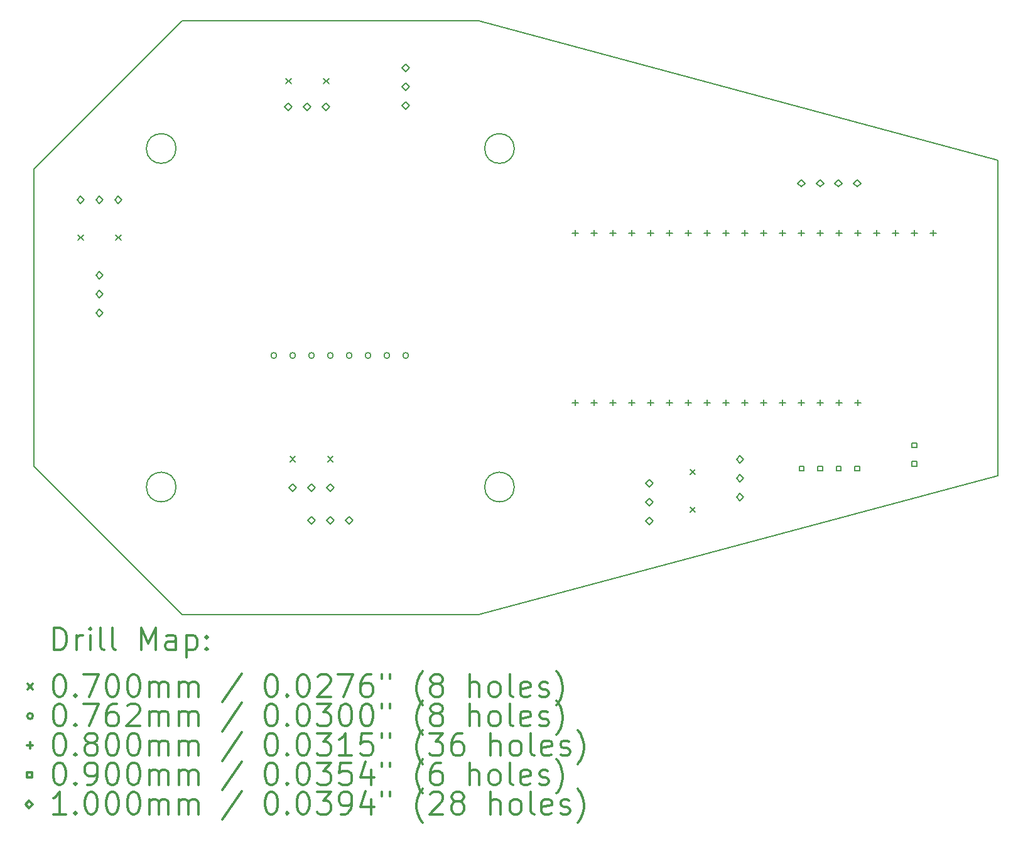
<source format=gbr>
%FSLAX45Y45*%
G04 Gerber Fmt 4.5, Leading zero omitted, Abs format (unit mm)*
G04 Created by KiCad (PCBNEW 5.1.10) date 2021-07-31 20:31:48*
%MOMM*%
%LPD*%
G01*
G04 APERTURE LIST*
%TA.AperFunction,Profile*%
%ADD10C,0.200000*%
%TD*%
%ADD11C,0.200000*%
%ADD12C,0.300000*%
G04 APERTURE END LIST*
D10*
X12976700Y-11861300D02*
G75*
G03*
X12976700Y-11861300I-200000J0D01*
G01*
X12976700Y-7300500D02*
G75*
G03*
X12976700Y-7300500I-200000J0D01*
G01*
X17537500Y-7300500D02*
G75*
G03*
X17537500Y-7300500I-200000J0D01*
G01*
X17537500Y-11861300D02*
G75*
G03*
X17537500Y-11861300I-200000J0D01*
G01*
X13057100Y-5580900D02*
X11057100Y-7580900D01*
X11057100Y-7580900D02*
X11057100Y-11580900D01*
X11057100Y-11580900D02*
X13057100Y-13580900D01*
X17057100Y-13580900D02*
X24057100Y-11705200D01*
X24057100Y-11705200D02*
X24057100Y-7456500D01*
X24057100Y-7456500D02*
X17057100Y-5580900D01*
X17057100Y-5580900D02*
X13057100Y-5580900D01*
X13057100Y-13580900D02*
X17057100Y-13580900D01*
D11*
X11656620Y-8466380D02*
X11726620Y-8536380D01*
X11726620Y-8466380D02*
X11656620Y-8536380D01*
X12164620Y-8466380D02*
X12234620Y-8536380D01*
X12234620Y-8466380D02*
X12164620Y-8536380D01*
X14458600Y-6356060D02*
X14528600Y-6426060D01*
X14528600Y-6356060D02*
X14458600Y-6426060D01*
X14514100Y-11450900D02*
X14584100Y-11520900D01*
X14584100Y-11450900D02*
X14514100Y-11520900D01*
X14966600Y-6356060D02*
X15036600Y-6426060D01*
X15036600Y-6356060D02*
X14966600Y-6426060D01*
X15022100Y-11450900D02*
X15092100Y-11520900D01*
X15092100Y-11450900D02*
X15022100Y-11520900D01*
X19909400Y-11625600D02*
X19979400Y-11695600D01*
X19979400Y-11625600D02*
X19909400Y-11695600D01*
X19909400Y-12133600D02*
X19979400Y-12203600D01*
X19979400Y-12133600D02*
X19909400Y-12203600D01*
X14333200Y-10088880D02*
G75*
G03*
X14333200Y-10088880I-38100J0D01*
G01*
X14587200Y-10088880D02*
G75*
G03*
X14587200Y-10088880I-38100J0D01*
G01*
X14841200Y-10088880D02*
G75*
G03*
X14841200Y-10088880I-38100J0D01*
G01*
X15095200Y-10088880D02*
G75*
G03*
X15095200Y-10088880I-38100J0D01*
G01*
X15349200Y-10088880D02*
G75*
G03*
X15349200Y-10088880I-38100J0D01*
G01*
X15603200Y-10088880D02*
G75*
G03*
X15603200Y-10088880I-38100J0D01*
G01*
X15857200Y-10088880D02*
G75*
G03*
X15857200Y-10088880I-38100J0D01*
G01*
X16111200Y-10088880D02*
G75*
G03*
X16111200Y-10088880I-38100J0D01*
G01*
X18359100Y-8397880D02*
X18359100Y-8477880D01*
X18319100Y-8437880D02*
X18399100Y-8437880D01*
X18359100Y-10683880D02*
X18359100Y-10763880D01*
X18319100Y-10723880D02*
X18399100Y-10723880D01*
X18613100Y-8397880D02*
X18613100Y-8477880D01*
X18573100Y-8437880D02*
X18653100Y-8437880D01*
X18613100Y-10683880D02*
X18613100Y-10763880D01*
X18573100Y-10723880D02*
X18653100Y-10723880D01*
X18867100Y-8397880D02*
X18867100Y-8477880D01*
X18827100Y-8437880D02*
X18907100Y-8437880D01*
X18867100Y-10683880D02*
X18867100Y-10763880D01*
X18827100Y-10723880D02*
X18907100Y-10723880D01*
X19121100Y-8397880D02*
X19121100Y-8477880D01*
X19081100Y-8437880D02*
X19161100Y-8437880D01*
X19121100Y-10683880D02*
X19121100Y-10763880D01*
X19081100Y-10723880D02*
X19161100Y-10723880D01*
X19375100Y-8397880D02*
X19375100Y-8477880D01*
X19335100Y-8437880D02*
X19415100Y-8437880D01*
X19375100Y-10683880D02*
X19375100Y-10763880D01*
X19335100Y-10723880D02*
X19415100Y-10723880D01*
X19629100Y-8397880D02*
X19629100Y-8477880D01*
X19589100Y-8437880D02*
X19669100Y-8437880D01*
X19629100Y-10683880D02*
X19629100Y-10763880D01*
X19589100Y-10723880D02*
X19669100Y-10723880D01*
X19883100Y-8397880D02*
X19883100Y-8477880D01*
X19843100Y-8437880D02*
X19923100Y-8437880D01*
X19883100Y-10683880D02*
X19883100Y-10763880D01*
X19843100Y-10723880D02*
X19923100Y-10723880D01*
X20137100Y-8397880D02*
X20137100Y-8477880D01*
X20097100Y-8437880D02*
X20177100Y-8437880D01*
X20137100Y-10683880D02*
X20137100Y-10763880D01*
X20097100Y-10723880D02*
X20177100Y-10723880D01*
X20391100Y-8397880D02*
X20391100Y-8477880D01*
X20351100Y-8437880D02*
X20431100Y-8437880D01*
X20391100Y-10683880D02*
X20391100Y-10763880D01*
X20351100Y-10723880D02*
X20431100Y-10723880D01*
X20645100Y-8397880D02*
X20645100Y-8477880D01*
X20605100Y-8437880D02*
X20685100Y-8437880D01*
X20645100Y-10683880D02*
X20645100Y-10763880D01*
X20605100Y-10723880D02*
X20685100Y-10723880D01*
X20899100Y-8397880D02*
X20899100Y-8477880D01*
X20859100Y-8437880D02*
X20939100Y-8437880D01*
X20899100Y-10683880D02*
X20899100Y-10763880D01*
X20859100Y-10723880D02*
X20939100Y-10723880D01*
X21153100Y-8397880D02*
X21153100Y-8477880D01*
X21113100Y-8437880D02*
X21193100Y-8437880D01*
X21153100Y-10683880D02*
X21153100Y-10763880D01*
X21113100Y-10723880D02*
X21193100Y-10723880D01*
X21407100Y-8397880D02*
X21407100Y-8477880D01*
X21367100Y-8437880D02*
X21447100Y-8437880D01*
X21407100Y-10683880D02*
X21407100Y-10763880D01*
X21367100Y-10723880D02*
X21447100Y-10723880D01*
X21661100Y-8397880D02*
X21661100Y-8477880D01*
X21621100Y-8437880D02*
X21701100Y-8437880D01*
X21661100Y-10683880D02*
X21661100Y-10763880D01*
X21621100Y-10723880D02*
X21701100Y-10723880D01*
X21915100Y-8397880D02*
X21915100Y-8477880D01*
X21875100Y-8437880D02*
X21955100Y-8437880D01*
X21915100Y-10683880D02*
X21915100Y-10763880D01*
X21875100Y-10723880D02*
X21955100Y-10723880D01*
X22169100Y-8397880D02*
X22169100Y-8477880D01*
X22129100Y-8437880D02*
X22209100Y-8437880D01*
X22169100Y-10683880D02*
X22169100Y-10763880D01*
X22129100Y-10723880D02*
X22209100Y-10723880D01*
X22423100Y-8397880D02*
X22423100Y-8477880D01*
X22383100Y-8437880D02*
X22463100Y-8437880D01*
X22677100Y-8397880D02*
X22677100Y-8477880D01*
X22637100Y-8437880D02*
X22717100Y-8437880D01*
X22931100Y-8397880D02*
X22931100Y-8477880D01*
X22891100Y-8437880D02*
X22971100Y-8437880D01*
X23185100Y-8397880D02*
X23185100Y-8477880D01*
X23145100Y-8437880D02*
X23225100Y-8437880D01*
X21442920Y-11644720D02*
X21442920Y-11581080D01*
X21379280Y-11581080D01*
X21379280Y-11644720D01*
X21442920Y-11644720D01*
X21692920Y-11644720D02*
X21692920Y-11581080D01*
X21629280Y-11581080D01*
X21629280Y-11644720D01*
X21692920Y-11644720D01*
X21942920Y-11644720D02*
X21942920Y-11581080D01*
X21879280Y-11581080D01*
X21879280Y-11644720D01*
X21942920Y-11644720D01*
X22192920Y-11644720D02*
X22192920Y-11581080D01*
X22129280Y-11581080D01*
X22129280Y-11644720D01*
X22192920Y-11644720D01*
X22962940Y-11331200D02*
X22962940Y-11267560D01*
X22899300Y-11267560D01*
X22899300Y-11331200D01*
X22962940Y-11331200D01*
X22962940Y-11581200D02*
X22962940Y-11517560D01*
X22899300Y-11517560D01*
X22899300Y-11581200D01*
X22962940Y-11581200D01*
X11691600Y-8043380D02*
X11741600Y-7993380D01*
X11691600Y-7943380D01*
X11641600Y-7993380D01*
X11691600Y-8043380D01*
X11945600Y-8043380D02*
X11995600Y-7993380D01*
X11945600Y-7943380D01*
X11895600Y-7993380D01*
X11945600Y-8043380D01*
X11945600Y-9059380D02*
X11995600Y-9009380D01*
X11945600Y-8959380D01*
X11895600Y-9009380D01*
X11945600Y-9059380D01*
X11945600Y-9313380D02*
X11995600Y-9263380D01*
X11945600Y-9213380D01*
X11895600Y-9263380D01*
X11945600Y-9313380D01*
X11945600Y-9567380D02*
X11995600Y-9517380D01*
X11945600Y-9467380D01*
X11895600Y-9517380D01*
X11945600Y-9567380D01*
X12199600Y-8043380D02*
X12249600Y-7993380D01*
X12199600Y-7943380D01*
X12149600Y-7993380D01*
X12199600Y-8043380D01*
X14489200Y-6791750D02*
X14539200Y-6741750D01*
X14489200Y-6691750D01*
X14439200Y-6741750D01*
X14489200Y-6791750D01*
X14549100Y-11916900D02*
X14599100Y-11866900D01*
X14549100Y-11816900D01*
X14499100Y-11866900D01*
X14549100Y-11916900D01*
X14743200Y-6791750D02*
X14793200Y-6741750D01*
X14743200Y-6691750D01*
X14693200Y-6741750D01*
X14743200Y-6791750D01*
X14803100Y-11916900D02*
X14853100Y-11866900D01*
X14803100Y-11816900D01*
X14753100Y-11866900D01*
X14803100Y-11916900D01*
X14803100Y-12361400D02*
X14853100Y-12311400D01*
X14803100Y-12261400D01*
X14753100Y-12311400D01*
X14803100Y-12361400D01*
X14997200Y-6791750D02*
X15047200Y-6741750D01*
X14997200Y-6691750D01*
X14947200Y-6741750D01*
X14997200Y-6791750D01*
X15057100Y-11916900D02*
X15107100Y-11866900D01*
X15057100Y-11816900D01*
X15007100Y-11866900D01*
X15057100Y-11916900D01*
X15057100Y-12361400D02*
X15107100Y-12311400D01*
X15057100Y-12261400D01*
X15007100Y-12311400D01*
X15057100Y-12361400D01*
X15311100Y-12361400D02*
X15361100Y-12311400D01*
X15311100Y-12261400D01*
X15261100Y-12311400D01*
X15311100Y-12361400D01*
X16073120Y-6265380D02*
X16123120Y-6215380D01*
X16073120Y-6165380D01*
X16023120Y-6215380D01*
X16073120Y-6265380D01*
X16073120Y-6519380D02*
X16123120Y-6469380D01*
X16073120Y-6419380D01*
X16023120Y-6469380D01*
X16073120Y-6519380D01*
X16073120Y-6773380D02*
X16123120Y-6723380D01*
X16073120Y-6673380D01*
X16023120Y-6723380D01*
X16073120Y-6773380D01*
X19358200Y-11860300D02*
X19408200Y-11810300D01*
X19358200Y-11760300D01*
X19308200Y-11810300D01*
X19358200Y-11860300D01*
X19358200Y-12114300D02*
X19408200Y-12064300D01*
X19358200Y-12014300D01*
X19308200Y-12064300D01*
X19358200Y-12114300D01*
X19358200Y-12368300D02*
X19408200Y-12318300D01*
X19358200Y-12268300D01*
X19308200Y-12318300D01*
X19358200Y-12368300D01*
X20581600Y-11535900D02*
X20631600Y-11485900D01*
X20581600Y-11435900D01*
X20531600Y-11485900D01*
X20581600Y-11535900D01*
X20581600Y-11789900D02*
X20631600Y-11739900D01*
X20581600Y-11689900D01*
X20531600Y-11739900D01*
X20581600Y-11789900D01*
X20581600Y-12043900D02*
X20631600Y-11993900D01*
X20581600Y-11943900D01*
X20531600Y-11993900D01*
X20581600Y-12043900D01*
X21408200Y-7818270D02*
X21458200Y-7768270D01*
X21408200Y-7718270D01*
X21358200Y-7768270D01*
X21408200Y-7818270D01*
X21658200Y-7818270D02*
X21708200Y-7768270D01*
X21658200Y-7718270D01*
X21608200Y-7768270D01*
X21658200Y-7818270D01*
X21908200Y-7818270D02*
X21958200Y-7768270D01*
X21908200Y-7718270D01*
X21858200Y-7768270D01*
X21908200Y-7818270D01*
X22158200Y-7818270D02*
X22208200Y-7768270D01*
X22158200Y-7718270D01*
X22108200Y-7768270D01*
X22158200Y-7818270D01*
D12*
X11333528Y-14056614D02*
X11333528Y-13756614D01*
X11404957Y-13756614D01*
X11447814Y-13770900D01*
X11476386Y-13799471D01*
X11490671Y-13828043D01*
X11504957Y-13885186D01*
X11504957Y-13928043D01*
X11490671Y-13985186D01*
X11476386Y-14013757D01*
X11447814Y-14042329D01*
X11404957Y-14056614D01*
X11333528Y-14056614D01*
X11633528Y-14056614D02*
X11633528Y-13856614D01*
X11633528Y-13913757D02*
X11647814Y-13885186D01*
X11662100Y-13870900D01*
X11690671Y-13856614D01*
X11719243Y-13856614D01*
X11819243Y-14056614D02*
X11819243Y-13856614D01*
X11819243Y-13756614D02*
X11804957Y-13770900D01*
X11819243Y-13785186D01*
X11833528Y-13770900D01*
X11819243Y-13756614D01*
X11819243Y-13785186D01*
X12004957Y-14056614D02*
X11976386Y-14042329D01*
X11962100Y-14013757D01*
X11962100Y-13756614D01*
X12162100Y-14056614D02*
X12133528Y-14042329D01*
X12119243Y-14013757D01*
X12119243Y-13756614D01*
X12504957Y-14056614D02*
X12504957Y-13756614D01*
X12604957Y-13970900D01*
X12704957Y-13756614D01*
X12704957Y-14056614D01*
X12976386Y-14056614D02*
X12976386Y-13899471D01*
X12962100Y-13870900D01*
X12933528Y-13856614D01*
X12876386Y-13856614D01*
X12847814Y-13870900D01*
X12976386Y-14042329D02*
X12947814Y-14056614D01*
X12876386Y-14056614D01*
X12847814Y-14042329D01*
X12833528Y-14013757D01*
X12833528Y-13985186D01*
X12847814Y-13956614D01*
X12876386Y-13942329D01*
X12947814Y-13942329D01*
X12976386Y-13928043D01*
X13119243Y-13856614D02*
X13119243Y-14156614D01*
X13119243Y-13870900D02*
X13147814Y-13856614D01*
X13204957Y-13856614D01*
X13233528Y-13870900D01*
X13247814Y-13885186D01*
X13262100Y-13913757D01*
X13262100Y-13999471D01*
X13247814Y-14028043D01*
X13233528Y-14042329D01*
X13204957Y-14056614D01*
X13147814Y-14056614D01*
X13119243Y-14042329D01*
X13390671Y-14028043D02*
X13404957Y-14042329D01*
X13390671Y-14056614D01*
X13376386Y-14042329D01*
X13390671Y-14028043D01*
X13390671Y-14056614D01*
X13390671Y-13870900D02*
X13404957Y-13885186D01*
X13390671Y-13899471D01*
X13376386Y-13885186D01*
X13390671Y-13870900D01*
X13390671Y-13899471D01*
X10977100Y-14515900D02*
X11047100Y-14585900D01*
X11047100Y-14515900D02*
X10977100Y-14585900D01*
X11390671Y-14386614D02*
X11419243Y-14386614D01*
X11447814Y-14400900D01*
X11462100Y-14415186D01*
X11476386Y-14443757D01*
X11490671Y-14500900D01*
X11490671Y-14572329D01*
X11476386Y-14629471D01*
X11462100Y-14658043D01*
X11447814Y-14672329D01*
X11419243Y-14686614D01*
X11390671Y-14686614D01*
X11362100Y-14672329D01*
X11347814Y-14658043D01*
X11333528Y-14629471D01*
X11319243Y-14572329D01*
X11319243Y-14500900D01*
X11333528Y-14443757D01*
X11347814Y-14415186D01*
X11362100Y-14400900D01*
X11390671Y-14386614D01*
X11619243Y-14658043D02*
X11633528Y-14672329D01*
X11619243Y-14686614D01*
X11604957Y-14672329D01*
X11619243Y-14658043D01*
X11619243Y-14686614D01*
X11733528Y-14386614D02*
X11933528Y-14386614D01*
X11804957Y-14686614D01*
X12104957Y-14386614D02*
X12133528Y-14386614D01*
X12162100Y-14400900D01*
X12176386Y-14415186D01*
X12190671Y-14443757D01*
X12204957Y-14500900D01*
X12204957Y-14572329D01*
X12190671Y-14629471D01*
X12176386Y-14658043D01*
X12162100Y-14672329D01*
X12133528Y-14686614D01*
X12104957Y-14686614D01*
X12076386Y-14672329D01*
X12062100Y-14658043D01*
X12047814Y-14629471D01*
X12033528Y-14572329D01*
X12033528Y-14500900D01*
X12047814Y-14443757D01*
X12062100Y-14415186D01*
X12076386Y-14400900D01*
X12104957Y-14386614D01*
X12390671Y-14386614D02*
X12419243Y-14386614D01*
X12447814Y-14400900D01*
X12462100Y-14415186D01*
X12476386Y-14443757D01*
X12490671Y-14500900D01*
X12490671Y-14572329D01*
X12476386Y-14629471D01*
X12462100Y-14658043D01*
X12447814Y-14672329D01*
X12419243Y-14686614D01*
X12390671Y-14686614D01*
X12362100Y-14672329D01*
X12347814Y-14658043D01*
X12333528Y-14629471D01*
X12319243Y-14572329D01*
X12319243Y-14500900D01*
X12333528Y-14443757D01*
X12347814Y-14415186D01*
X12362100Y-14400900D01*
X12390671Y-14386614D01*
X12619243Y-14686614D02*
X12619243Y-14486614D01*
X12619243Y-14515186D02*
X12633528Y-14500900D01*
X12662100Y-14486614D01*
X12704957Y-14486614D01*
X12733528Y-14500900D01*
X12747814Y-14529471D01*
X12747814Y-14686614D01*
X12747814Y-14529471D02*
X12762100Y-14500900D01*
X12790671Y-14486614D01*
X12833528Y-14486614D01*
X12862100Y-14500900D01*
X12876386Y-14529471D01*
X12876386Y-14686614D01*
X13019243Y-14686614D02*
X13019243Y-14486614D01*
X13019243Y-14515186D02*
X13033528Y-14500900D01*
X13062100Y-14486614D01*
X13104957Y-14486614D01*
X13133528Y-14500900D01*
X13147814Y-14529471D01*
X13147814Y-14686614D01*
X13147814Y-14529471D02*
X13162100Y-14500900D01*
X13190671Y-14486614D01*
X13233528Y-14486614D01*
X13262100Y-14500900D01*
X13276386Y-14529471D01*
X13276386Y-14686614D01*
X13862100Y-14372329D02*
X13604957Y-14758043D01*
X14247814Y-14386614D02*
X14276386Y-14386614D01*
X14304957Y-14400900D01*
X14319243Y-14415186D01*
X14333528Y-14443757D01*
X14347814Y-14500900D01*
X14347814Y-14572329D01*
X14333528Y-14629471D01*
X14319243Y-14658043D01*
X14304957Y-14672329D01*
X14276386Y-14686614D01*
X14247814Y-14686614D01*
X14219243Y-14672329D01*
X14204957Y-14658043D01*
X14190671Y-14629471D01*
X14176386Y-14572329D01*
X14176386Y-14500900D01*
X14190671Y-14443757D01*
X14204957Y-14415186D01*
X14219243Y-14400900D01*
X14247814Y-14386614D01*
X14476386Y-14658043D02*
X14490671Y-14672329D01*
X14476386Y-14686614D01*
X14462100Y-14672329D01*
X14476386Y-14658043D01*
X14476386Y-14686614D01*
X14676386Y-14386614D02*
X14704957Y-14386614D01*
X14733528Y-14400900D01*
X14747814Y-14415186D01*
X14762100Y-14443757D01*
X14776386Y-14500900D01*
X14776386Y-14572329D01*
X14762100Y-14629471D01*
X14747814Y-14658043D01*
X14733528Y-14672329D01*
X14704957Y-14686614D01*
X14676386Y-14686614D01*
X14647814Y-14672329D01*
X14633528Y-14658043D01*
X14619243Y-14629471D01*
X14604957Y-14572329D01*
X14604957Y-14500900D01*
X14619243Y-14443757D01*
X14633528Y-14415186D01*
X14647814Y-14400900D01*
X14676386Y-14386614D01*
X14890671Y-14415186D02*
X14904957Y-14400900D01*
X14933528Y-14386614D01*
X15004957Y-14386614D01*
X15033528Y-14400900D01*
X15047814Y-14415186D01*
X15062100Y-14443757D01*
X15062100Y-14472329D01*
X15047814Y-14515186D01*
X14876386Y-14686614D01*
X15062100Y-14686614D01*
X15162100Y-14386614D02*
X15362100Y-14386614D01*
X15233528Y-14686614D01*
X15604957Y-14386614D02*
X15547814Y-14386614D01*
X15519243Y-14400900D01*
X15504957Y-14415186D01*
X15476386Y-14458043D01*
X15462100Y-14515186D01*
X15462100Y-14629471D01*
X15476386Y-14658043D01*
X15490671Y-14672329D01*
X15519243Y-14686614D01*
X15576386Y-14686614D01*
X15604957Y-14672329D01*
X15619243Y-14658043D01*
X15633528Y-14629471D01*
X15633528Y-14558043D01*
X15619243Y-14529471D01*
X15604957Y-14515186D01*
X15576386Y-14500900D01*
X15519243Y-14500900D01*
X15490671Y-14515186D01*
X15476386Y-14529471D01*
X15462100Y-14558043D01*
X15747814Y-14386614D02*
X15747814Y-14443757D01*
X15862100Y-14386614D02*
X15862100Y-14443757D01*
X16304957Y-14800900D02*
X16290671Y-14786614D01*
X16262100Y-14743757D01*
X16247814Y-14715186D01*
X16233528Y-14672329D01*
X16219243Y-14600900D01*
X16219243Y-14543757D01*
X16233528Y-14472329D01*
X16247814Y-14429471D01*
X16262100Y-14400900D01*
X16290671Y-14358043D01*
X16304957Y-14343757D01*
X16462100Y-14515186D02*
X16433528Y-14500900D01*
X16419243Y-14486614D01*
X16404957Y-14458043D01*
X16404957Y-14443757D01*
X16419243Y-14415186D01*
X16433528Y-14400900D01*
X16462100Y-14386614D01*
X16519243Y-14386614D01*
X16547814Y-14400900D01*
X16562100Y-14415186D01*
X16576386Y-14443757D01*
X16576386Y-14458043D01*
X16562100Y-14486614D01*
X16547814Y-14500900D01*
X16519243Y-14515186D01*
X16462100Y-14515186D01*
X16433528Y-14529471D01*
X16419243Y-14543757D01*
X16404957Y-14572329D01*
X16404957Y-14629471D01*
X16419243Y-14658043D01*
X16433528Y-14672329D01*
X16462100Y-14686614D01*
X16519243Y-14686614D01*
X16547814Y-14672329D01*
X16562100Y-14658043D01*
X16576386Y-14629471D01*
X16576386Y-14572329D01*
X16562100Y-14543757D01*
X16547814Y-14529471D01*
X16519243Y-14515186D01*
X16933528Y-14686614D02*
X16933528Y-14386614D01*
X17062100Y-14686614D02*
X17062100Y-14529471D01*
X17047814Y-14500900D01*
X17019243Y-14486614D01*
X16976386Y-14486614D01*
X16947814Y-14500900D01*
X16933528Y-14515186D01*
X17247814Y-14686614D02*
X17219243Y-14672329D01*
X17204957Y-14658043D01*
X17190671Y-14629471D01*
X17190671Y-14543757D01*
X17204957Y-14515186D01*
X17219243Y-14500900D01*
X17247814Y-14486614D01*
X17290671Y-14486614D01*
X17319243Y-14500900D01*
X17333528Y-14515186D01*
X17347814Y-14543757D01*
X17347814Y-14629471D01*
X17333528Y-14658043D01*
X17319243Y-14672329D01*
X17290671Y-14686614D01*
X17247814Y-14686614D01*
X17519243Y-14686614D02*
X17490671Y-14672329D01*
X17476386Y-14643757D01*
X17476386Y-14386614D01*
X17747814Y-14672329D02*
X17719243Y-14686614D01*
X17662100Y-14686614D01*
X17633528Y-14672329D01*
X17619243Y-14643757D01*
X17619243Y-14529471D01*
X17633528Y-14500900D01*
X17662100Y-14486614D01*
X17719243Y-14486614D01*
X17747814Y-14500900D01*
X17762100Y-14529471D01*
X17762100Y-14558043D01*
X17619243Y-14586614D01*
X17876386Y-14672329D02*
X17904957Y-14686614D01*
X17962100Y-14686614D01*
X17990671Y-14672329D01*
X18004957Y-14643757D01*
X18004957Y-14629471D01*
X17990671Y-14600900D01*
X17962100Y-14586614D01*
X17919243Y-14586614D01*
X17890671Y-14572329D01*
X17876386Y-14543757D01*
X17876386Y-14529471D01*
X17890671Y-14500900D01*
X17919243Y-14486614D01*
X17962100Y-14486614D01*
X17990671Y-14500900D01*
X18104957Y-14800900D02*
X18119243Y-14786614D01*
X18147814Y-14743757D01*
X18162100Y-14715186D01*
X18176386Y-14672329D01*
X18190671Y-14600900D01*
X18190671Y-14543757D01*
X18176386Y-14472329D01*
X18162100Y-14429471D01*
X18147814Y-14400900D01*
X18119243Y-14358043D01*
X18104957Y-14343757D01*
X11047100Y-14946900D02*
G75*
G03*
X11047100Y-14946900I-38100J0D01*
G01*
X11390671Y-14782614D02*
X11419243Y-14782614D01*
X11447814Y-14796900D01*
X11462100Y-14811186D01*
X11476386Y-14839757D01*
X11490671Y-14896900D01*
X11490671Y-14968329D01*
X11476386Y-15025471D01*
X11462100Y-15054043D01*
X11447814Y-15068329D01*
X11419243Y-15082614D01*
X11390671Y-15082614D01*
X11362100Y-15068329D01*
X11347814Y-15054043D01*
X11333528Y-15025471D01*
X11319243Y-14968329D01*
X11319243Y-14896900D01*
X11333528Y-14839757D01*
X11347814Y-14811186D01*
X11362100Y-14796900D01*
X11390671Y-14782614D01*
X11619243Y-15054043D02*
X11633528Y-15068329D01*
X11619243Y-15082614D01*
X11604957Y-15068329D01*
X11619243Y-15054043D01*
X11619243Y-15082614D01*
X11733528Y-14782614D02*
X11933528Y-14782614D01*
X11804957Y-15082614D01*
X12176386Y-14782614D02*
X12119243Y-14782614D01*
X12090671Y-14796900D01*
X12076386Y-14811186D01*
X12047814Y-14854043D01*
X12033528Y-14911186D01*
X12033528Y-15025471D01*
X12047814Y-15054043D01*
X12062100Y-15068329D01*
X12090671Y-15082614D01*
X12147814Y-15082614D01*
X12176386Y-15068329D01*
X12190671Y-15054043D01*
X12204957Y-15025471D01*
X12204957Y-14954043D01*
X12190671Y-14925471D01*
X12176386Y-14911186D01*
X12147814Y-14896900D01*
X12090671Y-14896900D01*
X12062100Y-14911186D01*
X12047814Y-14925471D01*
X12033528Y-14954043D01*
X12319243Y-14811186D02*
X12333528Y-14796900D01*
X12362100Y-14782614D01*
X12433528Y-14782614D01*
X12462100Y-14796900D01*
X12476386Y-14811186D01*
X12490671Y-14839757D01*
X12490671Y-14868329D01*
X12476386Y-14911186D01*
X12304957Y-15082614D01*
X12490671Y-15082614D01*
X12619243Y-15082614D02*
X12619243Y-14882614D01*
X12619243Y-14911186D02*
X12633528Y-14896900D01*
X12662100Y-14882614D01*
X12704957Y-14882614D01*
X12733528Y-14896900D01*
X12747814Y-14925471D01*
X12747814Y-15082614D01*
X12747814Y-14925471D02*
X12762100Y-14896900D01*
X12790671Y-14882614D01*
X12833528Y-14882614D01*
X12862100Y-14896900D01*
X12876386Y-14925471D01*
X12876386Y-15082614D01*
X13019243Y-15082614D02*
X13019243Y-14882614D01*
X13019243Y-14911186D02*
X13033528Y-14896900D01*
X13062100Y-14882614D01*
X13104957Y-14882614D01*
X13133528Y-14896900D01*
X13147814Y-14925471D01*
X13147814Y-15082614D01*
X13147814Y-14925471D02*
X13162100Y-14896900D01*
X13190671Y-14882614D01*
X13233528Y-14882614D01*
X13262100Y-14896900D01*
X13276386Y-14925471D01*
X13276386Y-15082614D01*
X13862100Y-14768329D02*
X13604957Y-15154043D01*
X14247814Y-14782614D02*
X14276386Y-14782614D01*
X14304957Y-14796900D01*
X14319243Y-14811186D01*
X14333528Y-14839757D01*
X14347814Y-14896900D01*
X14347814Y-14968329D01*
X14333528Y-15025471D01*
X14319243Y-15054043D01*
X14304957Y-15068329D01*
X14276386Y-15082614D01*
X14247814Y-15082614D01*
X14219243Y-15068329D01*
X14204957Y-15054043D01*
X14190671Y-15025471D01*
X14176386Y-14968329D01*
X14176386Y-14896900D01*
X14190671Y-14839757D01*
X14204957Y-14811186D01*
X14219243Y-14796900D01*
X14247814Y-14782614D01*
X14476386Y-15054043D02*
X14490671Y-15068329D01*
X14476386Y-15082614D01*
X14462100Y-15068329D01*
X14476386Y-15054043D01*
X14476386Y-15082614D01*
X14676386Y-14782614D02*
X14704957Y-14782614D01*
X14733528Y-14796900D01*
X14747814Y-14811186D01*
X14762100Y-14839757D01*
X14776386Y-14896900D01*
X14776386Y-14968329D01*
X14762100Y-15025471D01*
X14747814Y-15054043D01*
X14733528Y-15068329D01*
X14704957Y-15082614D01*
X14676386Y-15082614D01*
X14647814Y-15068329D01*
X14633528Y-15054043D01*
X14619243Y-15025471D01*
X14604957Y-14968329D01*
X14604957Y-14896900D01*
X14619243Y-14839757D01*
X14633528Y-14811186D01*
X14647814Y-14796900D01*
X14676386Y-14782614D01*
X14876386Y-14782614D02*
X15062100Y-14782614D01*
X14962100Y-14896900D01*
X15004957Y-14896900D01*
X15033528Y-14911186D01*
X15047814Y-14925471D01*
X15062100Y-14954043D01*
X15062100Y-15025471D01*
X15047814Y-15054043D01*
X15033528Y-15068329D01*
X15004957Y-15082614D01*
X14919243Y-15082614D01*
X14890671Y-15068329D01*
X14876386Y-15054043D01*
X15247814Y-14782614D02*
X15276386Y-14782614D01*
X15304957Y-14796900D01*
X15319243Y-14811186D01*
X15333528Y-14839757D01*
X15347814Y-14896900D01*
X15347814Y-14968329D01*
X15333528Y-15025471D01*
X15319243Y-15054043D01*
X15304957Y-15068329D01*
X15276386Y-15082614D01*
X15247814Y-15082614D01*
X15219243Y-15068329D01*
X15204957Y-15054043D01*
X15190671Y-15025471D01*
X15176386Y-14968329D01*
X15176386Y-14896900D01*
X15190671Y-14839757D01*
X15204957Y-14811186D01*
X15219243Y-14796900D01*
X15247814Y-14782614D01*
X15533528Y-14782614D02*
X15562100Y-14782614D01*
X15590671Y-14796900D01*
X15604957Y-14811186D01*
X15619243Y-14839757D01*
X15633528Y-14896900D01*
X15633528Y-14968329D01*
X15619243Y-15025471D01*
X15604957Y-15054043D01*
X15590671Y-15068329D01*
X15562100Y-15082614D01*
X15533528Y-15082614D01*
X15504957Y-15068329D01*
X15490671Y-15054043D01*
X15476386Y-15025471D01*
X15462100Y-14968329D01*
X15462100Y-14896900D01*
X15476386Y-14839757D01*
X15490671Y-14811186D01*
X15504957Y-14796900D01*
X15533528Y-14782614D01*
X15747814Y-14782614D02*
X15747814Y-14839757D01*
X15862100Y-14782614D02*
X15862100Y-14839757D01*
X16304957Y-15196900D02*
X16290671Y-15182614D01*
X16262100Y-15139757D01*
X16247814Y-15111186D01*
X16233528Y-15068329D01*
X16219243Y-14996900D01*
X16219243Y-14939757D01*
X16233528Y-14868329D01*
X16247814Y-14825471D01*
X16262100Y-14796900D01*
X16290671Y-14754043D01*
X16304957Y-14739757D01*
X16462100Y-14911186D02*
X16433528Y-14896900D01*
X16419243Y-14882614D01*
X16404957Y-14854043D01*
X16404957Y-14839757D01*
X16419243Y-14811186D01*
X16433528Y-14796900D01*
X16462100Y-14782614D01*
X16519243Y-14782614D01*
X16547814Y-14796900D01*
X16562100Y-14811186D01*
X16576386Y-14839757D01*
X16576386Y-14854043D01*
X16562100Y-14882614D01*
X16547814Y-14896900D01*
X16519243Y-14911186D01*
X16462100Y-14911186D01*
X16433528Y-14925471D01*
X16419243Y-14939757D01*
X16404957Y-14968329D01*
X16404957Y-15025471D01*
X16419243Y-15054043D01*
X16433528Y-15068329D01*
X16462100Y-15082614D01*
X16519243Y-15082614D01*
X16547814Y-15068329D01*
X16562100Y-15054043D01*
X16576386Y-15025471D01*
X16576386Y-14968329D01*
X16562100Y-14939757D01*
X16547814Y-14925471D01*
X16519243Y-14911186D01*
X16933528Y-15082614D02*
X16933528Y-14782614D01*
X17062100Y-15082614D02*
X17062100Y-14925471D01*
X17047814Y-14896900D01*
X17019243Y-14882614D01*
X16976386Y-14882614D01*
X16947814Y-14896900D01*
X16933528Y-14911186D01*
X17247814Y-15082614D02*
X17219243Y-15068329D01*
X17204957Y-15054043D01*
X17190671Y-15025471D01*
X17190671Y-14939757D01*
X17204957Y-14911186D01*
X17219243Y-14896900D01*
X17247814Y-14882614D01*
X17290671Y-14882614D01*
X17319243Y-14896900D01*
X17333528Y-14911186D01*
X17347814Y-14939757D01*
X17347814Y-15025471D01*
X17333528Y-15054043D01*
X17319243Y-15068329D01*
X17290671Y-15082614D01*
X17247814Y-15082614D01*
X17519243Y-15082614D02*
X17490671Y-15068329D01*
X17476386Y-15039757D01*
X17476386Y-14782614D01*
X17747814Y-15068329D02*
X17719243Y-15082614D01*
X17662100Y-15082614D01*
X17633528Y-15068329D01*
X17619243Y-15039757D01*
X17619243Y-14925471D01*
X17633528Y-14896900D01*
X17662100Y-14882614D01*
X17719243Y-14882614D01*
X17747814Y-14896900D01*
X17762100Y-14925471D01*
X17762100Y-14954043D01*
X17619243Y-14982614D01*
X17876386Y-15068329D02*
X17904957Y-15082614D01*
X17962100Y-15082614D01*
X17990671Y-15068329D01*
X18004957Y-15039757D01*
X18004957Y-15025471D01*
X17990671Y-14996900D01*
X17962100Y-14982614D01*
X17919243Y-14982614D01*
X17890671Y-14968329D01*
X17876386Y-14939757D01*
X17876386Y-14925471D01*
X17890671Y-14896900D01*
X17919243Y-14882614D01*
X17962100Y-14882614D01*
X17990671Y-14896900D01*
X18104957Y-15196900D02*
X18119243Y-15182614D01*
X18147814Y-15139757D01*
X18162100Y-15111186D01*
X18176386Y-15068329D01*
X18190671Y-14996900D01*
X18190671Y-14939757D01*
X18176386Y-14868329D01*
X18162100Y-14825471D01*
X18147814Y-14796900D01*
X18119243Y-14754043D01*
X18104957Y-14739757D01*
X11007100Y-15302900D02*
X11007100Y-15382900D01*
X10967100Y-15342900D02*
X11047100Y-15342900D01*
X11390671Y-15178614D02*
X11419243Y-15178614D01*
X11447814Y-15192900D01*
X11462100Y-15207186D01*
X11476386Y-15235757D01*
X11490671Y-15292900D01*
X11490671Y-15364329D01*
X11476386Y-15421471D01*
X11462100Y-15450043D01*
X11447814Y-15464329D01*
X11419243Y-15478614D01*
X11390671Y-15478614D01*
X11362100Y-15464329D01*
X11347814Y-15450043D01*
X11333528Y-15421471D01*
X11319243Y-15364329D01*
X11319243Y-15292900D01*
X11333528Y-15235757D01*
X11347814Y-15207186D01*
X11362100Y-15192900D01*
X11390671Y-15178614D01*
X11619243Y-15450043D02*
X11633528Y-15464329D01*
X11619243Y-15478614D01*
X11604957Y-15464329D01*
X11619243Y-15450043D01*
X11619243Y-15478614D01*
X11804957Y-15307186D02*
X11776386Y-15292900D01*
X11762100Y-15278614D01*
X11747814Y-15250043D01*
X11747814Y-15235757D01*
X11762100Y-15207186D01*
X11776386Y-15192900D01*
X11804957Y-15178614D01*
X11862100Y-15178614D01*
X11890671Y-15192900D01*
X11904957Y-15207186D01*
X11919243Y-15235757D01*
X11919243Y-15250043D01*
X11904957Y-15278614D01*
X11890671Y-15292900D01*
X11862100Y-15307186D01*
X11804957Y-15307186D01*
X11776386Y-15321471D01*
X11762100Y-15335757D01*
X11747814Y-15364329D01*
X11747814Y-15421471D01*
X11762100Y-15450043D01*
X11776386Y-15464329D01*
X11804957Y-15478614D01*
X11862100Y-15478614D01*
X11890671Y-15464329D01*
X11904957Y-15450043D01*
X11919243Y-15421471D01*
X11919243Y-15364329D01*
X11904957Y-15335757D01*
X11890671Y-15321471D01*
X11862100Y-15307186D01*
X12104957Y-15178614D02*
X12133528Y-15178614D01*
X12162100Y-15192900D01*
X12176386Y-15207186D01*
X12190671Y-15235757D01*
X12204957Y-15292900D01*
X12204957Y-15364329D01*
X12190671Y-15421471D01*
X12176386Y-15450043D01*
X12162100Y-15464329D01*
X12133528Y-15478614D01*
X12104957Y-15478614D01*
X12076386Y-15464329D01*
X12062100Y-15450043D01*
X12047814Y-15421471D01*
X12033528Y-15364329D01*
X12033528Y-15292900D01*
X12047814Y-15235757D01*
X12062100Y-15207186D01*
X12076386Y-15192900D01*
X12104957Y-15178614D01*
X12390671Y-15178614D02*
X12419243Y-15178614D01*
X12447814Y-15192900D01*
X12462100Y-15207186D01*
X12476386Y-15235757D01*
X12490671Y-15292900D01*
X12490671Y-15364329D01*
X12476386Y-15421471D01*
X12462100Y-15450043D01*
X12447814Y-15464329D01*
X12419243Y-15478614D01*
X12390671Y-15478614D01*
X12362100Y-15464329D01*
X12347814Y-15450043D01*
X12333528Y-15421471D01*
X12319243Y-15364329D01*
X12319243Y-15292900D01*
X12333528Y-15235757D01*
X12347814Y-15207186D01*
X12362100Y-15192900D01*
X12390671Y-15178614D01*
X12619243Y-15478614D02*
X12619243Y-15278614D01*
X12619243Y-15307186D02*
X12633528Y-15292900D01*
X12662100Y-15278614D01*
X12704957Y-15278614D01*
X12733528Y-15292900D01*
X12747814Y-15321471D01*
X12747814Y-15478614D01*
X12747814Y-15321471D02*
X12762100Y-15292900D01*
X12790671Y-15278614D01*
X12833528Y-15278614D01*
X12862100Y-15292900D01*
X12876386Y-15321471D01*
X12876386Y-15478614D01*
X13019243Y-15478614D02*
X13019243Y-15278614D01*
X13019243Y-15307186D02*
X13033528Y-15292900D01*
X13062100Y-15278614D01*
X13104957Y-15278614D01*
X13133528Y-15292900D01*
X13147814Y-15321471D01*
X13147814Y-15478614D01*
X13147814Y-15321471D02*
X13162100Y-15292900D01*
X13190671Y-15278614D01*
X13233528Y-15278614D01*
X13262100Y-15292900D01*
X13276386Y-15321471D01*
X13276386Y-15478614D01*
X13862100Y-15164329D02*
X13604957Y-15550043D01*
X14247814Y-15178614D02*
X14276386Y-15178614D01*
X14304957Y-15192900D01*
X14319243Y-15207186D01*
X14333528Y-15235757D01*
X14347814Y-15292900D01*
X14347814Y-15364329D01*
X14333528Y-15421471D01*
X14319243Y-15450043D01*
X14304957Y-15464329D01*
X14276386Y-15478614D01*
X14247814Y-15478614D01*
X14219243Y-15464329D01*
X14204957Y-15450043D01*
X14190671Y-15421471D01*
X14176386Y-15364329D01*
X14176386Y-15292900D01*
X14190671Y-15235757D01*
X14204957Y-15207186D01*
X14219243Y-15192900D01*
X14247814Y-15178614D01*
X14476386Y-15450043D02*
X14490671Y-15464329D01*
X14476386Y-15478614D01*
X14462100Y-15464329D01*
X14476386Y-15450043D01*
X14476386Y-15478614D01*
X14676386Y-15178614D02*
X14704957Y-15178614D01*
X14733528Y-15192900D01*
X14747814Y-15207186D01*
X14762100Y-15235757D01*
X14776386Y-15292900D01*
X14776386Y-15364329D01*
X14762100Y-15421471D01*
X14747814Y-15450043D01*
X14733528Y-15464329D01*
X14704957Y-15478614D01*
X14676386Y-15478614D01*
X14647814Y-15464329D01*
X14633528Y-15450043D01*
X14619243Y-15421471D01*
X14604957Y-15364329D01*
X14604957Y-15292900D01*
X14619243Y-15235757D01*
X14633528Y-15207186D01*
X14647814Y-15192900D01*
X14676386Y-15178614D01*
X14876386Y-15178614D02*
X15062100Y-15178614D01*
X14962100Y-15292900D01*
X15004957Y-15292900D01*
X15033528Y-15307186D01*
X15047814Y-15321471D01*
X15062100Y-15350043D01*
X15062100Y-15421471D01*
X15047814Y-15450043D01*
X15033528Y-15464329D01*
X15004957Y-15478614D01*
X14919243Y-15478614D01*
X14890671Y-15464329D01*
X14876386Y-15450043D01*
X15347814Y-15478614D02*
X15176386Y-15478614D01*
X15262100Y-15478614D02*
X15262100Y-15178614D01*
X15233528Y-15221471D01*
X15204957Y-15250043D01*
X15176386Y-15264329D01*
X15619243Y-15178614D02*
X15476386Y-15178614D01*
X15462100Y-15321471D01*
X15476386Y-15307186D01*
X15504957Y-15292900D01*
X15576386Y-15292900D01*
X15604957Y-15307186D01*
X15619243Y-15321471D01*
X15633528Y-15350043D01*
X15633528Y-15421471D01*
X15619243Y-15450043D01*
X15604957Y-15464329D01*
X15576386Y-15478614D01*
X15504957Y-15478614D01*
X15476386Y-15464329D01*
X15462100Y-15450043D01*
X15747814Y-15178614D02*
X15747814Y-15235757D01*
X15862100Y-15178614D02*
X15862100Y-15235757D01*
X16304957Y-15592900D02*
X16290671Y-15578614D01*
X16262100Y-15535757D01*
X16247814Y-15507186D01*
X16233528Y-15464329D01*
X16219243Y-15392900D01*
X16219243Y-15335757D01*
X16233528Y-15264329D01*
X16247814Y-15221471D01*
X16262100Y-15192900D01*
X16290671Y-15150043D01*
X16304957Y-15135757D01*
X16390671Y-15178614D02*
X16576386Y-15178614D01*
X16476386Y-15292900D01*
X16519243Y-15292900D01*
X16547814Y-15307186D01*
X16562100Y-15321471D01*
X16576386Y-15350043D01*
X16576386Y-15421471D01*
X16562100Y-15450043D01*
X16547814Y-15464329D01*
X16519243Y-15478614D01*
X16433528Y-15478614D01*
X16404957Y-15464329D01*
X16390671Y-15450043D01*
X16833528Y-15178614D02*
X16776386Y-15178614D01*
X16747814Y-15192900D01*
X16733528Y-15207186D01*
X16704957Y-15250043D01*
X16690671Y-15307186D01*
X16690671Y-15421471D01*
X16704957Y-15450043D01*
X16719243Y-15464329D01*
X16747814Y-15478614D01*
X16804957Y-15478614D01*
X16833528Y-15464329D01*
X16847814Y-15450043D01*
X16862100Y-15421471D01*
X16862100Y-15350043D01*
X16847814Y-15321471D01*
X16833528Y-15307186D01*
X16804957Y-15292900D01*
X16747814Y-15292900D01*
X16719243Y-15307186D01*
X16704957Y-15321471D01*
X16690671Y-15350043D01*
X17219243Y-15478614D02*
X17219243Y-15178614D01*
X17347814Y-15478614D02*
X17347814Y-15321471D01*
X17333528Y-15292900D01*
X17304957Y-15278614D01*
X17262100Y-15278614D01*
X17233528Y-15292900D01*
X17219243Y-15307186D01*
X17533528Y-15478614D02*
X17504957Y-15464329D01*
X17490671Y-15450043D01*
X17476386Y-15421471D01*
X17476386Y-15335757D01*
X17490671Y-15307186D01*
X17504957Y-15292900D01*
X17533528Y-15278614D01*
X17576386Y-15278614D01*
X17604957Y-15292900D01*
X17619243Y-15307186D01*
X17633528Y-15335757D01*
X17633528Y-15421471D01*
X17619243Y-15450043D01*
X17604957Y-15464329D01*
X17576386Y-15478614D01*
X17533528Y-15478614D01*
X17804957Y-15478614D02*
X17776386Y-15464329D01*
X17762100Y-15435757D01*
X17762100Y-15178614D01*
X18033528Y-15464329D02*
X18004957Y-15478614D01*
X17947814Y-15478614D01*
X17919243Y-15464329D01*
X17904957Y-15435757D01*
X17904957Y-15321471D01*
X17919243Y-15292900D01*
X17947814Y-15278614D01*
X18004957Y-15278614D01*
X18033528Y-15292900D01*
X18047814Y-15321471D01*
X18047814Y-15350043D01*
X17904957Y-15378614D01*
X18162100Y-15464329D02*
X18190671Y-15478614D01*
X18247814Y-15478614D01*
X18276386Y-15464329D01*
X18290671Y-15435757D01*
X18290671Y-15421471D01*
X18276386Y-15392900D01*
X18247814Y-15378614D01*
X18204957Y-15378614D01*
X18176386Y-15364329D01*
X18162100Y-15335757D01*
X18162100Y-15321471D01*
X18176386Y-15292900D01*
X18204957Y-15278614D01*
X18247814Y-15278614D01*
X18276386Y-15292900D01*
X18390671Y-15592900D02*
X18404957Y-15578614D01*
X18433528Y-15535757D01*
X18447814Y-15507186D01*
X18462100Y-15464329D01*
X18476386Y-15392900D01*
X18476386Y-15335757D01*
X18462100Y-15264329D01*
X18447814Y-15221471D01*
X18433528Y-15192900D01*
X18404957Y-15150043D01*
X18390671Y-15135757D01*
X11033920Y-15770720D02*
X11033920Y-15707080D01*
X10970280Y-15707080D01*
X10970280Y-15770720D01*
X11033920Y-15770720D01*
X11390671Y-15574614D02*
X11419243Y-15574614D01*
X11447814Y-15588900D01*
X11462100Y-15603186D01*
X11476386Y-15631757D01*
X11490671Y-15688900D01*
X11490671Y-15760329D01*
X11476386Y-15817471D01*
X11462100Y-15846043D01*
X11447814Y-15860329D01*
X11419243Y-15874614D01*
X11390671Y-15874614D01*
X11362100Y-15860329D01*
X11347814Y-15846043D01*
X11333528Y-15817471D01*
X11319243Y-15760329D01*
X11319243Y-15688900D01*
X11333528Y-15631757D01*
X11347814Y-15603186D01*
X11362100Y-15588900D01*
X11390671Y-15574614D01*
X11619243Y-15846043D02*
X11633528Y-15860329D01*
X11619243Y-15874614D01*
X11604957Y-15860329D01*
X11619243Y-15846043D01*
X11619243Y-15874614D01*
X11776386Y-15874614D02*
X11833528Y-15874614D01*
X11862100Y-15860329D01*
X11876386Y-15846043D01*
X11904957Y-15803186D01*
X11919243Y-15746043D01*
X11919243Y-15631757D01*
X11904957Y-15603186D01*
X11890671Y-15588900D01*
X11862100Y-15574614D01*
X11804957Y-15574614D01*
X11776386Y-15588900D01*
X11762100Y-15603186D01*
X11747814Y-15631757D01*
X11747814Y-15703186D01*
X11762100Y-15731757D01*
X11776386Y-15746043D01*
X11804957Y-15760329D01*
X11862100Y-15760329D01*
X11890671Y-15746043D01*
X11904957Y-15731757D01*
X11919243Y-15703186D01*
X12104957Y-15574614D02*
X12133528Y-15574614D01*
X12162100Y-15588900D01*
X12176386Y-15603186D01*
X12190671Y-15631757D01*
X12204957Y-15688900D01*
X12204957Y-15760329D01*
X12190671Y-15817471D01*
X12176386Y-15846043D01*
X12162100Y-15860329D01*
X12133528Y-15874614D01*
X12104957Y-15874614D01*
X12076386Y-15860329D01*
X12062100Y-15846043D01*
X12047814Y-15817471D01*
X12033528Y-15760329D01*
X12033528Y-15688900D01*
X12047814Y-15631757D01*
X12062100Y-15603186D01*
X12076386Y-15588900D01*
X12104957Y-15574614D01*
X12390671Y-15574614D02*
X12419243Y-15574614D01*
X12447814Y-15588900D01*
X12462100Y-15603186D01*
X12476386Y-15631757D01*
X12490671Y-15688900D01*
X12490671Y-15760329D01*
X12476386Y-15817471D01*
X12462100Y-15846043D01*
X12447814Y-15860329D01*
X12419243Y-15874614D01*
X12390671Y-15874614D01*
X12362100Y-15860329D01*
X12347814Y-15846043D01*
X12333528Y-15817471D01*
X12319243Y-15760329D01*
X12319243Y-15688900D01*
X12333528Y-15631757D01*
X12347814Y-15603186D01*
X12362100Y-15588900D01*
X12390671Y-15574614D01*
X12619243Y-15874614D02*
X12619243Y-15674614D01*
X12619243Y-15703186D02*
X12633528Y-15688900D01*
X12662100Y-15674614D01*
X12704957Y-15674614D01*
X12733528Y-15688900D01*
X12747814Y-15717471D01*
X12747814Y-15874614D01*
X12747814Y-15717471D02*
X12762100Y-15688900D01*
X12790671Y-15674614D01*
X12833528Y-15674614D01*
X12862100Y-15688900D01*
X12876386Y-15717471D01*
X12876386Y-15874614D01*
X13019243Y-15874614D02*
X13019243Y-15674614D01*
X13019243Y-15703186D02*
X13033528Y-15688900D01*
X13062100Y-15674614D01*
X13104957Y-15674614D01*
X13133528Y-15688900D01*
X13147814Y-15717471D01*
X13147814Y-15874614D01*
X13147814Y-15717471D02*
X13162100Y-15688900D01*
X13190671Y-15674614D01*
X13233528Y-15674614D01*
X13262100Y-15688900D01*
X13276386Y-15717471D01*
X13276386Y-15874614D01*
X13862100Y-15560329D02*
X13604957Y-15946043D01*
X14247814Y-15574614D02*
X14276386Y-15574614D01*
X14304957Y-15588900D01*
X14319243Y-15603186D01*
X14333528Y-15631757D01*
X14347814Y-15688900D01*
X14347814Y-15760329D01*
X14333528Y-15817471D01*
X14319243Y-15846043D01*
X14304957Y-15860329D01*
X14276386Y-15874614D01*
X14247814Y-15874614D01*
X14219243Y-15860329D01*
X14204957Y-15846043D01*
X14190671Y-15817471D01*
X14176386Y-15760329D01*
X14176386Y-15688900D01*
X14190671Y-15631757D01*
X14204957Y-15603186D01*
X14219243Y-15588900D01*
X14247814Y-15574614D01*
X14476386Y-15846043D02*
X14490671Y-15860329D01*
X14476386Y-15874614D01*
X14462100Y-15860329D01*
X14476386Y-15846043D01*
X14476386Y-15874614D01*
X14676386Y-15574614D02*
X14704957Y-15574614D01*
X14733528Y-15588900D01*
X14747814Y-15603186D01*
X14762100Y-15631757D01*
X14776386Y-15688900D01*
X14776386Y-15760329D01*
X14762100Y-15817471D01*
X14747814Y-15846043D01*
X14733528Y-15860329D01*
X14704957Y-15874614D01*
X14676386Y-15874614D01*
X14647814Y-15860329D01*
X14633528Y-15846043D01*
X14619243Y-15817471D01*
X14604957Y-15760329D01*
X14604957Y-15688900D01*
X14619243Y-15631757D01*
X14633528Y-15603186D01*
X14647814Y-15588900D01*
X14676386Y-15574614D01*
X14876386Y-15574614D02*
X15062100Y-15574614D01*
X14962100Y-15688900D01*
X15004957Y-15688900D01*
X15033528Y-15703186D01*
X15047814Y-15717471D01*
X15062100Y-15746043D01*
X15062100Y-15817471D01*
X15047814Y-15846043D01*
X15033528Y-15860329D01*
X15004957Y-15874614D01*
X14919243Y-15874614D01*
X14890671Y-15860329D01*
X14876386Y-15846043D01*
X15333528Y-15574614D02*
X15190671Y-15574614D01*
X15176386Y-15717471D01*
X15190671Y-15703186D01*
X15219243Y-15688900D01*
X15290671Y-15688900D01*
X15319243Y-15703186D01*
X15333528Y-15717471D01*
X15347814Y-15746043D01*
X15347814Y-15817471D01*
X15333528Y-15846043D01*
X15319243Y-15860329D01*
X15290671Y-15874614D01*
X15219243Y-15874614D01*
X15190671Y-15860329D01*
X15176386Y-15846043D01*
X15604957Y-15674614D02*
X15604957Y-15874614D01*
X15533528Y-15560329D02*
X15462100Y-15774614D01*
X15647814Y-15774614D01*
X15747814Y-15574614D02*
X15747814Y-15631757D01*
X15862100Y-15574614D02*
X15862100Y-15631757D01*
X16304957Y-15988900D02*
X16290671Y-15974614D01*
X16262100Y-15931757D01*
X16247814Y-15903186D01*
X16233528Y-15860329D01*
X16219243Y-15788900D01*
X16219243Y-15731757D01*
X16233528Y-15660329D01*
X16247814Y-15617471D01*
X16262100Y-15588900D01*
X16290671Y-15546043D01*
X16304957Y-15531757D01*
X16547814Y-15574614D02*
X16490671Y-15574614D01*
X16462100Y-15588900D01*
X16447814Y-15603186D01*
X16419243Y-15646043D01*
X16404957Y-15703186D01*
X16404957Y-15817471D01*
X16419243Y-15846043D01*
X16433528Y-15860329D01*
X16462100Y-15874614D01*
X16519243Y-15874614D01*
X16547814Y-15860329D01*
X16562100Y-15846043D01*
X16576386Y-15817471D01*
X16576386Y-15746043D01*
X16562100Y-15717471D01*
X16547814Y-15703186D01*
X16519243Y-15688900D01*
X16462100Y-15688900D01*
X16433528Y-15703186D01*
X16419243Y-15717471D01*
X16404957Y-15746043D01*
X16933528Y-15874614D02*
X16933528Y-15574614D01*
X17062100Y-15874614D02*
X17062100Y-15717471D01*
X17047814Y-15688900D01*
X17019243Y-15674614D01*
X16976386Y-15674614D01*
X16947814Y-15688900D01*
X16933528Y-15703186D01*
X17247814Y-15874614D02*
X17219243Y-15860329D01*
X17204957Y-15846043D01*
X17190671Y-15817471D01*
X17190671Y-15731757D01*
X17204957Y-15703186D01*
X17219243Y-15688900D01*
X17247814Y-15674614D01*
X17290671Y-15674614D01*
X17319243Y-15688900D01*
X17333528Y-15703186D01*
X17347814Y-15731757D01*
X17347814Y-15817471D01*
X17333528Y-15846043D01*
X17319243Y-15860329D01*
X17290671Y-15874614D01*
X17247814Y-15874614D01*
X17519243Y-15874614D02*
X17490671Y-15860329D01*
X17476386Y-15831757D01*
X17476386Y-15574614D01*
X17747814Y-15860329D02*
X17719243Y-15874614D01*
X17662100Y-15874614D01*
X17633528Y-15860329D01*
X17619243Y-15831757D01*
X17619243Y-15717471D01*
X17633528Y-15688900D01*
X17662100Y-15674614D01*
X17719243Y-15674614D01*
X17747814Y-15688900D01*
X17762100Y-15717471D01*
X17762100Y-15746043D01*
X17619243Y-15774614D01*
X17876386Y-15860329D02*
X17904957Y-15874614D01*
X17962100Y-15874614D01*
X17990671Y-15860329D01*
X18004957Y-15831757D01*
X18004957Y-15817471D01*
X17990671Y-15788900D01*
X17962100Y-15774614D01*
X17919243Y-15774614D01*
X17890671Y-15760329D01*
X17876386Y-15731757D01*
X17876386Y-15717471D01*
X17890671Y-15688900D01*
X17919243Y-15674614D01*
X17962100Y-15674614D01*
X17990671Y-15688900D01*
X18104957Y-15988900D02*
X18119243Y-15974614D01*
X18147814Y-15931757D01*
X18162100Y-15903186D01*
X18176386Y-15860329D01*
X18190671Y-15788900D01*
X18190671Y-15731757D01*
X18176386Y-15660329D01*
X18162100Y-15617471D01*
X18147814Y-15588900D01*
X18119243Y-15546043D01*
X18104957Y-15531757D01*
X10997100Y-16184900D02*
X11047100Y-16134900D01*
X10997100Y-16084900D01*
X10947100Y-16134900D01*
X10997100Y-16184900D01*
X11490671Y-16270614D02*
X11319243Y-16270614D01*
X11404957Y-16270614D02*
X11404957Y-15970614D01*
X11376386Y-16013471D01*
X11347814Y-16042043D01*
X11319243Y-16056329D01*
X11619243Y-16242043D02*
X11633528Y-16256329D01*
X11619243Y-16270614D01*
X11604957Y-16256329D01*
X11619243Y-16242043D01*
X11619243Y-16270614D01*
X11819243Y-15970614D02*
X11847814Y-15970614D01*
X11876386Y-15984900D01*
X11890671Y-15999186D01*
X11904957Y-16027757D01*
X11919243Y-16084900D01*
X11919243Y-16156329D01*
X11904957Y-16213471D01*
X11890671Y-16242043D01*
X11876386Y-16256329D01*
X11847814Y-16270614D01*
X11819243Y-16270614D01*
X11790671Y-16256329D01*
X11776386Y-16242043D01*
X11762100Y-16213471D01*
X11747814Y-16156329D01*
X11747814Y-16084900D01*
X11762100Y-16027757D01*
X11776386Y-15999186D01*
X11790671Y-15984900D01*
X11819243Y-15970614D01*
X12104957Y-15970614D02*
X12133528Y-15970614D01*
X12162100Y-15984900D01*
X12176386Y-15999186D01*
X12190671Y-16027757D01*
X12204957Y-16084900D01*
X12204957Y-16156329D01*
X12190671Y-16213471D01*
X12176386Y-16242043D01*
X12162100Y-16256329D01*
X12133528Y-16270614D01*
X12104957Y-16270614D01*
X12076386Y-16256329D01*
X12062100Y-16242043D01*
X12047814Y-16213471D01*
X12033528Y-16156329D01*
X12033528Y-16084900D01*
X12047814Y-16027757D01*
X12062100Y-15999186D01*
X12076386Y-15984900D01*
X12104957Y-15970614D01*
X12390671Y-15970614D02*
X12419243Y-15970614D01*
X12447814Y-15984900D01*
X12462100Y-15999186D01*
X12476386Y-16027757D01*
X12490671Y-16084900D01*
X12490671Y-16156329D01*
X12476386Y-16213471D01*
X12462100Y-16242043D01*
X12447814Y-16256329D01*
X12419243Y-16270614D01*
X12390671Y-16270614D01*
X12362100Y-16256329D01*
X12347814Y-16242043D01*
X12333528Y-16213471D01*
X12319243Y-16156329D01*
X12319243Y-16084900D01*
X12333528Y-16027757D01*
X12347814Y-15999186D01*
X12362100Y-15984900D01*
X12390671Y-15970614D01*
X12619243Y-16270614D02*
X12619243Y-16070614D01*
X12619243Y-16099186D02*
X12633528Y-16084900D01*
X12662100Y-16070614D01*
X12704957Y-16070614D01*
X12733528Y-16084900D01*
X12747814Y-16113471D01*
X12747814Y-16270614D01*
X12747814Y-16113471D02*
X12762100Y-16084900D01*
X12790671Y-16070614D01*
X12833528Y-16070614D01*
X12862100Y-16084900D01*
X12876386Y-16113471D01*
X12876386Y-16270614D01*
X13019243Y-16270614D02*
X13019243Y-16070614D01*
X13019243Y-16099186D02*
X13033528Y-16084900D01*
X13062100Y-16070614D01*
X13104957Y-16070614D01*
X13133528Y-16084900D01*
X13147814Y-16113471D01*
X13147814Y-16270614D01*
X13147814Y-16113471D02*
X13162100Y-16084900D01*
X13190671Y-16070614D01*
X13233528Y-16070614D01*
X13262100Y-16084900D01*
X13276386Y-16113471D01*
X13276386Y-16270614D01*
X13862100Y-15956329D02*
X13604957Y-16342043D01*
X14247814Y-15970614D02*
X14276386Y-15970614D01*
X14304957Y-15984900D01*
X14319243Y-15999186D01*
X14333528Y-16027757D01*
X14347814Y-16084900D01*
X14347814Y-16156329D01*
X14333528Y-16213471D01*
X14319243Y-16242043D01*
X14304957Y-16256329D01*
X14276386Y-16270614D01*
X14247814Y-16270614D01*
X14219243Y-16256329D01*
X14204957Y-16242043D01*
X14190671Y-16213471D01*
X14176386Y-16156329D01*
X14176386Y-16084900D01*
X14190671Y-16027757D01*
X14204957Y-15999186D01*
X14219243Y-15984900D01*
X14247814Y-15970614D01*
X14476386Y-16242043D02*
X14490671Y-16256329D01*
X14476386Y-16270614D01*
X14462100Y-16256329D01*
X14476386Y-16242043D01*
X14476386Y-16270614D01*
X14676386Y-15970614D02*
X14704957Y-15970614D01*
X14733528Y-15984900D01*
X14747814Y-15999186D01*
X14762100Y-16027757D01*
X14776386Y-16084900D01*
X14776386Y-16156329D01*
X14762100Y-16213471D01*
X14747814Y-16242043D01*
X14733528Y-16256329D01*
X14704957Y-16270614D01*
X14676386Y-16270614D01*
X14647814Y-16256329D01*
X14633528Y-16242043D01*
X14619243Y-16213471D01*
X14604957Y-16156329D01*
X14604957Y-16084900D01*
X14619243Y-16027757D01*
X14633528Y-15999186D01*
X14647814Y-15984900D01*
X14676386Y-15970614D01*
X14876386Y-15970614D02*
X15062100Y-15970614D01*
X14962100Y-16084900D01*
X15004957Y-16084900D01*
X15033528Y-16099186D01*
X15047814Y-16113471D01*
X15062100Y-16142043D01*
X15062100Y-16213471D01*
X15047814Y-16242043D01*
X15033528Y-16256329D01*
X15004957Y-16270614D01*
X14919243Y-16270614D01*
X14890671Y-16256329D01*
X14876386Y-16242043D01*
X15204957Y-16270614D02*
X15262100Y-16270614D01*
X15290671Y-16256329D01*
X15304957Y-16242043D01*
X15333528Y-16199186D01*
X15347814Y-16142043D01*
X15347814Y-16027757D01*
X15333528Y-15999186D01*
X15319243Y-15984900D01*
X15290671Y-15970614D01*
X15233528Y-15970614D01*
X15204957Y-15984900D01*
X15190671Y-15999186D01*
X15176386Y-16027757D01*
X15176386Y-16099186D01*
X15190671Y-16127757D01*
X15204957Y-16142043D01*
X15233528Y-16156329D01*
X15290671Y-16156329D01*
X15319243Y-16142043D01*
X15333528Y-16127757D01*
X15347814Y-16099186D01*
X15604957Y-16070614D02*
X15604957Y-16270614D01*
X15533528Y-15956329D02*
X15462100Y-16170614D01*
X15647814Y-16170614D01*
X15747814Y-15970614D02*
X15747814Y-16027757D01*
X15862100Y-15970614D02*
X15862100Y-16027757D01*
X16304957Y-16384900D02*
X16290671Y-16370614D01*
X16262100Y-16327757D01*
X16247814Y-16299186D01*
X16233528Y-16256329D01*
X16219243Y-16184900D01*
X16219243Y-16127757D01*
X16233528Y-16056329D01*
X16247814Y-16013471D01*
X16262100Y-15984900D01*
X16290671Y-15942043D01*
X16304957Y-15927757D01*
X16404957Y-15999186D02*
X16419243Y-15984900D01*
X16447814Y-15970614D01*
X16519243Y-15970614D01*
X16547814Y-15984900D01*
X16562100Y-15999186D01*
X16576386Y-16027757D01*
X16576386Y-16056329D01*
X16562100Y-16099186D01*
X16390671Y-16270614D01*
X16576386Y-16270614D01*
X16747814Y-16099186D02*
X16719243Y-16084900D01*
X16704957Y-16070614D01*
X16690671Y-16042043D01*
X16690671Y-16027757D01*
X16704957Y-15999186D01*
X16719243Y-15984900D01*
X16747814Y-15970614D01*
X16804957Y-15970614D01*
X16833528Y-15984900D01*
X16847814Y-15999186D01*
X16862100Y-16027757D01*
X16862100Y-16042043D01*
X16847814Y-16070614D01*
X16833528Y-16084900D01*
X16804957Y-16099186D01*
X16747814Y-16099186D01*
X16719243Y-16113471D01*
X16704957Y-16127757D01*
X16690671Y-16156329D01*
X16690671Y-16213471D01*
X16704957Y-16242043D01*
X16719243Y-16256329D01*
X16747814Y-16270614D01*
X16804957Y-16270614D01*
X16833528Y-16256329D01*
X16847814Y-16242043D01*
X16862100Y-16213471D01*
X16862100Y-16156329D01*
X16847814Y-16127757D01*
X16833528Y-16113471D01*
X16804957Y-16099186D01*
X17219243Y-16270614D02*
X17219243Y-15970614D01*
X17347814Y-16270614D02*
X17347814Y-16113471D01*
X17333528Y-16084900D01*
X17304957Y-16070614D01*
X17262100Y-16070614D01*
X17233528Y-16084900D01*
X17219243Y-16099186D01*
X17533528Y-16270614D02*
X17504957Y-16256329D01*
X17490671Y-16242043D01*
X17476386Y-16213471D01*
X17476386Y-16127757D01*
X17490671Y-16099186D01*
X17504957Y-16084900D01*
X17533528Y-16070614D01*
X17576386Y-16070614D01*
X17604957Y-16084900D01*
X17619243Y-16099186D01*
X17633528Y-16127757D01*
X17633528Y-16213471D01*
X17619243Y-16242043D01*
X17604957Y-16256329D01*
X17576386Y-16270614D01*
X17533528Y-16270614D01*
X17804957Y-16270614D02*
X17776386Y-16256329D01*
X17762100Y-16227757D01*
X17762100Y-15970614D01*
X18033528Y-16256329D02*
X18004957Y-16270614D01*
X17947814Y-16270614D01*
X17919243Y-16256329D01*
X17904957Y-16227757D01*
X17904957Y-16113471D01*
X17919243Y-16084900D01*
X17947814Y-16070614D01*
X18004957Y-16070614D01*
X18033528Y-16084900D01*
X18047814Y-16113471D01*
X18047814Y-16142043D01*
X17904957Y-16170614D01*
X18162100Y-16256329D02*
X18190671Y-16270614D01*
X18247814Y-16270614D01*
X18276386Y-16256329D01*
X18290671Y-16227757D01*
X18290671Y-16213471D01*
X18276386Y-16184900D01*
X18247814Y-16170614D01*
X18204957Y-16170614D01*
X18176386Y-16156329D01*
X18162100Y-16127757D01*
X18162100Y-16113471D01*
X18176386Y-16084900D01*
X18204957Y-16070614D01*
X18247814Y-16070614D01*
X18276386Y-16084900D01*
X18390671Y-16384900D02*
X18404957Y-16370614D01*
X18433528Y-16327757D01*
X18447814Y-16299186D01*
X18462100Y-16256329D01*
X18476386Y-16184900D01*
X18476386Y-16127757D01*
X18462100Y-16056329D01*
X18447814Y-16013471D01*
X18433528Y-15984900D01*
X18404957Y-15942043D01*
X18390671Y-15927757D01*
M02*

</source>
